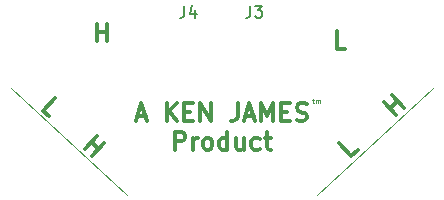
<source format=gto>
%TF.GenerationSoftware,KiCad,Pcbnew,7.0.2*%
%TF.CreationDate,2023-10-29T21:04:39-05:00*%
%TF.ProjectId,Kraken_CAN,4b72616b-656e-45f4-9341-4e2e6b696361,rev?*%
%TF.SameCoordinates,Original*%
%TF.FileFunction,Legend,Top*%
%TF.FilePolarity,Positive*%
%FSLAX46Y46*%
G04 Gerber Fmt 4.6, Leading zero omitted, Abs format (unit mm)*
G04 Created by KiCad (PCBNEW 7.0.2) date 2023-10-29 21:04:39*
%MOMM*%
%LPD*%
G01*
G04 APERTURE LIST*
G04 Aperture macros list*
%AMHorizOval*
0 Thick line with rounded ends*
0 $1 width*
0 $2 $3 position (X,Y) of the first rounded end (center of the circle)*
0 $4 $5 position (X,Y) of the second rounded end (center of the circle)*
0 Add line between two ends*
20,1,$1,$2,$3,$4,$5,0*
0 Add two circle primitives to create the rounded ends*
1,1,$1,$2,$3*
1,1,$1,$4,$5*%
%AMRotRect*
0 Rectangle, with rotation*
0 The origin of the aperture is its center*
0 $1 length*
0 $2 width*
0 $3 Rotation angle, in degrees counterclockwise*
0 Add horizontal line*
21,1,$1,$2,0,0,$3*%
G04 Aperture macros list end*
%ADD10C,0.100000*%
%ADD11C,0.300000*%
%ADD12C,0.150000*%
%ADD13C,4.700000*%
%ADD14RotRect,1.700000X1.700000X227.500000*%
%ADD15HorizOval,1.700000X0.000000X0.000000X0.000000X0.000000X0*%
%ADD16RotRect,1.700000X1.700000X312.500000*%
%ADD17HorizOval,1.700000X0.000000X0.000000X0.000000X0.000000X0*%
G04 APERTURE END LIST*
D10*
X147302134Y-93429556D02*
X157117367Y-84435714D01*
X121392101Y-84435393D02*
X131207172Y-93429411D01*
D11*
X150729120Y-89666410D02*
X150202494Y-90148974D01*
X150202494Y-90148974D02*
X149189108Y-89043058D01*
X124611959Y-86796103D02*
X124085332Y-86313539D01*
X124085332Y-86313539D02*
X125098717Y-85207623D01*
X149661428Y-81096428D02*
X148947142Y-81096428D01*
X148947142Y-81096428D02*
X148947142Y-79596428D01*
X154012494Y-86694574D02*
X152999108Y-85588658D01*
X153481673Y-86115285D02*
X154113625Y-85536208D01*
X154644446Y-86115497D02*
X153631060Y-85009581D01*
D10*
X146900895Y-85434780D02*
X147053276Y-85434780D01*
X146958038Y-85301447D02*
X146958038Y-85644304D01*
X146958038Y-85644304D02*
X146977085Y-85682400D01*
X146977085Y-85682400D02*
X147015180Y-85701447D01*
X147015180Y-85701447D02*
X147053276Y-85701447D01*
X147186609Y-85701447D02*
X147186609Y-85434780D01*
X147186609Y-85472876D02*
X147205656Y-85453828D01*
X147205656Y-85453828D02*
X147243751Y-85434780D01*
X147243751Y-85434780D02*
X147300894Y-85434780D01*
X147300894Y-85434780D02*
X147338990Y-85453828D01*
X147338990Y-85453828D02*
X147358037Y-85491923D01*
X147358037Y-85491923D02*
X147358037Y-85701447D01*
X147358037Y-85491923D02*
X147377085Y-85453828D01*
X147377085Y-85453828D02*
X147415180Y-85434780D01*
X147415180Y-85434780D02*
X147472323Y-85434780D01*
X147472323Y-85434780D02*
X147510418Y-85453828D01*
X147510418Y-85453828D02*
X147529466Y-85491923D01*
X147529466Y-85491923D02*
X147529466Y-85701447D01*
D11*
X127641332Y-89564739D02*
X128654717Y-88458823D01*
X128172153Y-88985449D02*
X128804105Y-89564527D01*
X128273284Y-90143816D02*
X129286669Y-89037900D01*
X132064229Y-86772257D02*
X132778515Y-86772257D01*
X131921372Y-87200828D02*
X132421372Y-85700828D01*
X132421372Y-85700828D02*
X132921372Y-87200828D01*
X134564228Y-87200828D02*
X134564228Y-85700828D01*
X135421371Y-87200828D02*
X134778514Y-86343685D01*
X135421371Y-85700828D02*
X134564228Y-86557971D01*
X136064228Y-86415114D02*
X136564228Y-86415114D01*
X136778514Y-87200828D02*
X136064228Y-87200828D01*
X136064228Y-87200828D02*
X136064228Y-85700828D01*
X136064228Y-85700828D02*
X136778514Y-85700828D01*
X137421371Y-87200828D02*
X137421371Y-85700828D01*
X137421371Y-85700828D02*
X138278514Y-87200828D01*
X138278514Y-87200828D02*
X138278514Y-85700828D01*
X140564229Y-85700828D02*
X140564229Y-86772257D01*
X140564229Y-86772257D02*
X140492800Y-86986542D01*
X140492800Y-86986542D02*
X140349943Y-87129400D01*
X140349943Y-87129400D02*
X140135657Y-87200828D01*
X140135657Y-87200828D02*
X139992800Y-87200828D01*
X141207086Y-86772257D02*
X141921372Y-86772257D01*
X141064229Y-87200828D02*
X141564229Y-85700828D01*
X141564229Y-85700828D02*
X142064229Y-87200828D01*
X142564228Y-87200828D02*
X142564228Y-85700828D01*
X142564228Y-85700828D02*
X143064228Y-86772257D01*
X143064228Y-86772257D02*
X143564228Y-85700828D01*
X143564228Y-85700828D02*
X143564228Y-87200828D01*
X144278514Y-86415114D02*
X144778514Y-86415114D01*
X144992800Y-87200828D02*
X144278514Y-87200828D01*
X144278514Y-87200828D02*
X144278514Y-85700828D01*
X144278514Y-85700828D02*
X144992800Y-85700828D01*
X145564229Y-87129400D02*
X145778515Y-87200828D01*
X145778515Y-87200828D02*
X146135657Y-87200828D01*
X146135657Y-87200828D02*
X146278515Y-87129400D01*
X146278515Y-87129400D02*
X146349943Y-87057971D01*
X146349943Y-87057971D02*
X146421372Y-86915114D01*
X146421372Y-86915114D02*
X146421372Y-86772257D01*
X146421372Y-86772257D02*
X146349943Y-86629400D01*
X146349943Y-86629400D02*
X146278515Y-86557971D01*
X146278515Y-86557971D02*
X146135657Y-86486542D01*
X146135657Y-86486542D02*
X145849943Y-86415114D01*
X145849943Y-86415114D02*
X145707086Y-86343685D01*
X145707086Y-86343685D02*
X145635657Y-86272257D01*
X145635657Y-86272257D02*
X145564229Y-86129400D01*
X145564229Y-86129400D02*
X145564229Y-85986542D01*
X145564229Y-85986542D02*
X145635657Y-85843685D01*
X145635657Y-85843685D02*
X145707086Y-85772257D01*
X145707086Y-85772257D02*
X145849943Y-85700828D01*
X145849943Y-85700828D02*
X146207086Y-85700828D01*
X146207086Y-85700828D02*
X146421372Y-85772257D01*
X135278514Y-89630828D02*
X135278514Y-88130828D01*
X135278514Y-88130828D02*
X135849943Y-88130828D01*
X135849943Y-88130828D02*
X135992800Y-88202257D01*
X135992800Y-88202257D02*
X136064229Y-88273685D01*
X136064229Y-88273685D02*
X136135657Y-88416542D01*
X136135657Y-88416542D02*
X136135657Y-88630828D01*
X136135657Y-88630828D02*
X136064229Y-88773685D01*
X136064229Y-88773685D02*
X135992800Y-88845114D01*
X135992800Y-88845114D02*
X135849943Y-88916542D01*
X135849943Y-88916542D02*
X135278514Y-88916542D01*
X136778514Y-89630828D02*
X136778514Y-88630828D01*
X136778514Y-88916542D02*
X136849943Y-88773685D01*
X136849943Y-88773685D02*
X136921372Y-88702257D01*
X136921372Y-88702257D02*
X137064229Y-88630828D01*
X137064229Y-88630828D02*
X137207086Y-88630828D01*
X137921371Y-89630828D02*
X137778514Y-89559400D01*
X137778514Y-89559400D02*
X137707085Y-89487971D01*
X137707085Y-89487971D02*
X137635657Y-89345114D01*
X137635657Y-89345114D02*
X137635657Y-88916542D01*
X137635657Y-88916542D02*
X137707085Y-88773685D01*
X137707085Y-88773685D02*
X137778514Y-88702257D01*
X137778514Y-88702257D02*
X137921371Y-88630828D01*
X137921371Y-88630828D02*
X138135657Y-88630828D01*
X138135657Y-88630828D02*
X138278514Y-88702257D01*
X138278514Y-88702257D02*
X138349943Y-88773685D01*
X138349943Y-88773685D02*
X138421371Y-88916542D01*
X138421371Y-88916542D02*
X138421371Y-89345114D01*
X138421371Y-89345114D02*
X138349943Y-89487971D01*
X138349943Y-89487971D02*
X138278514Y-89559400D01*
X138278514Y-89559400D02*
X138135657Y-89630828D01*
X138135657Y-89630828D02*
X137921371Y-89630828D01*
X139707086Y-89630828D02*
X139707086Y-88130828D01*
X139707086Y-89559400D02*
X139564228Y-89630828D01*
X139564228Y-89630828D02*
X139278514Y-89630828D01*
X139278514Y-89630828D02*
X139135657Y-89559400D01*
X139135657Y-89559400D02*
X139064228Y-89487971D01*
X139064228Y-89487971D02*
X138992800Y-89345114D01*
X138992800Y-89345114D02*
X138992800Y-88916542D01*
X138992800Y-88916542D02*
X139064228Y-88773685D01*
X139064228Y-88773685D02*
X139135657Y-88702257D01*
X139135657Y-88702257D02*
X139278514Y-88630828D01*
X139278514Y-88630828D02*
X139564228Y-88630828D01*
X139564228Y-88630828D02*
X139707086Y-88702257D01*
X141064229Y-88630828D02*
X141064229Y-89630828D01*
X140421371Y-88630828D02*
X140421371Y-89416542D01*
X140421371Y-89416542D02*
X140492800Y-89559400D01*
X140492800Y-89559400D02*
X140635657Y-89630828D01*
X140635657Y-89630828D02*
X140849943Y-89630828D01*
X140849943Y-89630828D02*
X140992800Y-89559400D01*
X140992800Y-89559400D02*
X141064229Y-89487971D01*
X142421372Y-89559400D02*
X142278514Y-89630828D01*
X142278514Y-89630828D02*
X141992800Y-89630828D01*
X141992800Y-89630828D02*
X141849943Y-89559400D01*
X141849943Y-89559400D02*
X141778514Y-89487971D01*
X141778514Y-89487971D02*
X141707086Y-89345114D01*
X141707086Y-89345114D02*
X141707086Y-88916542D01*
X141707086Y-88916542D02*
X141778514Y-88773685D01*
X141778514Y-88773685D02*
X141849943Y-88702257D01*
X141849943Y-88702257D02*
X141992800Y-88630828D01*
X141992800Y-88630828D02*
X142278514Y-88630828D01*
X142278514Y-88630828D02*
X142421372Y-88702257D01*
X142849943Y-88630828D02*
X143421371Y-88630828D01*
X143064228Y-88130828D02*
X143064228Y-89416542D01*
X143064228Y-89416542D02*
X143135657Y-89559400D01*
X143135657Y-89559400D02*
X143278514Y-89630828D01*
X143278514Y-89630828D02*
X143421371Y-89630828D01*
X128627142Y-80461428D02*
X128627142Y-78961428D01*
X128627142Y-79675714D02*
X129484285Y-79675714D01*
X129484285Y-80461428D02*
X129484285Y-78961428D01*
D12*
%TO.C,J3*%
X141652666Y-77440619D02*
X141652666Y-78154904D01*
X141652666Y-78154904D02*
X141605047Y-78297761D01*
X141605047Y-78297761D02*
X141509809Y-78393000D01*
X141509809Y-78393000D02*
X141366952Y-78440619D01*
X141366952Y-78440619D02*
X141271714Y-78440619D01*
X142033619Y-77440619D02*
X142652666Y-77440619D01*
X142652666Y-77440619D02*
X142319333Y-77821571D01*
X142319333Y-77821571D02*
X142462190Y-77821571D01*
X142462190Y-77821571D02*
X142557428Y-77869190D01*
X142557428Y-77869190D02*
X142605047Y-77916809D01*
X142605047Y-77916809D02*
X142652666Y-78012047D01*
X142652666Y-78012047D02*
X142652666Y-78250142D01*
X142652666Y-78250142D02*
X142605047Y-78345380D01*
X142605047Y-78345380D02*
X142557428Y-78393000D01*
X142557428Y-78393000D02*
X142462190Y-78440619D01*
X142462190Y-78440619D02*
X142176476Y-78440619D01*
X142176476Y-78440619D02*
X142081238Y-78393000D01*
X142081238Y-78393000D02*
X142033619Y-78345380D01*
%TO.C,J4*%
X136064666Y-77440619D02*
X136064666Y-78154904D01*
X136064666Y-78154904D02*
X136017047Y-78297761D01*
X136017047Y-78297761D02*
X135921809Y-78393000D01*
X135921809Y-78393000D02*
X135778952Y-78440619D01*
X135778952Y-78440619D02*
X135683714Y-78440619D01*
X136969428Y-77773952D02*
X136969428Y-78440619D01*
X136731333Y-77393000D02*
X136493238Y-78107285D01*
X136493238Y-78107285D02*
X137112285Y-78107285D01*
%TD*%
%LPC*%
D13*
%TO.C,J3*%
X145754792Y-78031589D03*
%TD*%
%TO.C,J4*%
X132754792Y-78031471D03*
%TD*%
D14*
%TO.C,J1*%
X122333685Y-88743347D03*
D15*
X124206369Y-90459346D03*
X126079054Y-92175345D03*
%TD*%
D16*
%TO.C,J2*%
X152430466Y-92175501D03*
D17*
X154303150Y-90459502D03*
X156175835Y-88743503D03*
%TD*%
%LPD*%
M02*

</source>
